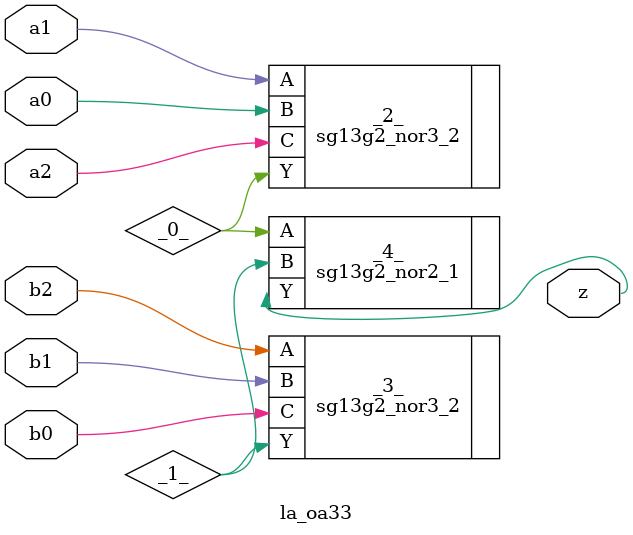
<source format=v>

/* Generated by Yosys 0.44 (git sha1 80ba43d26, g++ 11.4.0-1ubuntu1~22.04 -fPIC -O3) */

(* top =  1  *)
(* src = "inputs/la_oa33.v:10.1-24.10" *)
module la_oa33 (
    a0,
    a1,
    a2,
    b0,
    b1,
    b2,
    z
);
  wire _0_;
  wire _1_;
  (* src = "inputs/la_oa33.v:13.12-13.14" *)
  input a0;
  wire a0;
  (* src = "inputs/la_oa33.v:14.12-14.14" *)
  input a1;
  wire a1;
  (* src = "inputs/la_oa33.v:15.12-15.14" *)
  input a2;
  wire a2;
  (* src = "inputs/la_oa33.v:16.12-16.14" *)
  input b0;
  wire b0;
  (* src = "inputs/la_oa33.v:17.12-17.14" *)
  input b1;
  wire b1;
  (* src = "inputs/la_oa33.v:18.12-18.14" *)
  input b2;
  wire b2;
  (* src = "inputs/la_oa33.v:19.12-19.13" *)
  output z;
  wire z;
  sg13g2_nor3_2 _2_ (
      .A(a1),
      .B(a0),
      .C(a2),
      .Y(_0_)
  );
  sg13g2_nor3_2 _3_ (
      .A(b2),
      .B(b1),
      .C(b0),
      .Y(_1_)
  );
  sg13g2_nor2_1 _4_ (
      .A(_0_),
      .B(_1_),
      .Y(z)
  );
endmodule

</source>
